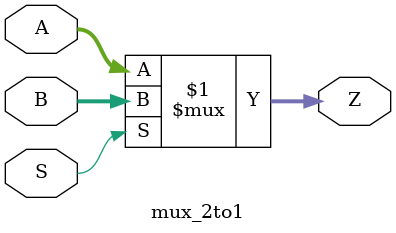
<source format=v>
`timescale 1ns / 1ps
`default_nettype none


module mux_2to1(A, B, S, Z);
    parameter WIDTH = 32;

    input wire [(WIDTH-1):0] A, B;
    input wire S;
    output wire [(WIDTH-1):0] Z;

    assign Z = S ? B : A;
endmodule

</source>
